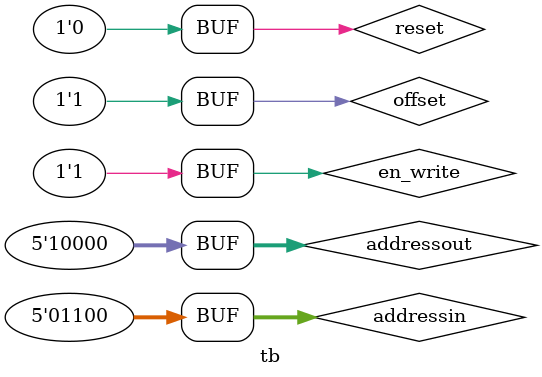
<source format=v>


`timescale 1ns/1ns
//REGISTER FILE
module regfile(input clock,input reset, input [4:0] addressin,input [4:0] addressout,
               input en_write, input [31:0]idata,output [31:0]data,input [31:0]datamem,input offset);


// Register file storage
reg [31:0] registers;
reg print_val;
//output reg printval;

// Read and write from register file
always @(addressin)
    if(!reset) begin
        if (en_write)
                //idata<=datamem[registers[addressin]+offset];
                registers[addressout] <= datamem[registers[addressin]+offset];
                print_val = registers[addressout];
                $monitor("input regno=%b\toutput regno=%b\t\n",addressin,addressout);
    end

endmodule



module tb;
    

    reg clock;
    reg reset;
    reg [4:0] addressin;
    reg [4:0] addressout;
    reg en_write;
    reg offset;
    reg finalval;
    reg print_val;
    reg [31:0] idata;
    reg [31:0] datamem;
    reg [31:0] instr;
    wire [31:0] data;
    wire [4:0]rs;
    wire [4:0]rt;
    wire [4:0]rd;
    wire [5:0]funct;
    integer data1,data2,data3;

    regfile r1(
        .clock(clock),
        .reset(reset),
        .addressin(addressin),
        .addressout(addressout),
        .en_write(en_write),
        .idata(idata),
        .data(data),
        .datamem(datamem),
        .offset(offset)//, 
        //.print_val(print_val)
    );

   

    initial begin
        $dumpfile("LW.vcd");
        $dumpvars(0,tb);
    end

    initial begin
    reset = 0;
    #5;
    #5;
    en_write=1;reset=0;  
    addressin=1;addressout=1;offset=3;

    #5;
    en_write=1;reset=0;  
    addressin=3;addressout=2;offset=3;

    #5;
    en_write=1;reset=0;  
    addressin=12;addressout=5;offset=3;

    #5;
    en_write=1;reset=0;  
    addressin=4;addressout=12;offset=3;

    #5;
    en_write=1;reset=0;  
    addressin=4;addressout=31;offset=3;

    #5;
    en_write=1;reset=0;  
    addressin=22;addressout=19;offset=3;

    #5;
    en_write=1;reset=0;  
    addressin=12;addressout=16;offset=3;
   

    #10;
    end


endmodule
</source>
